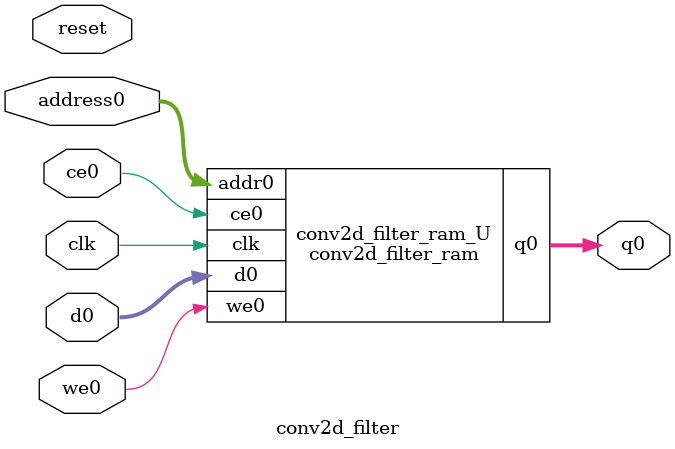
<source format=v>
`timescale 1 ns / 1 ps
module conv2d_filter_ram (addr0, ce0, d0, we0, q0,  clk);

parameter DWIDTH = 32;
parameter AWIDTH = 7;
parameter MEM_SIZE = 81;

input[AWIDTH-1:0] addr0;
input ce0;
input[DWIDTH-1:0] d0;
input we0;
output reg[DWIDTH-1:0] q0;
input clk;

(* ram_style = "block" *)reg [DWIDTH-1:0] ram[0:MEM_SIZE-1];




always @(posedge clk)  
begin 
    if (ce0) begin
        if (we0) 
            ram[addr0] <= d0; 
        q0 <= ram[addr0];
    end
end


endmodule

`timescale 1 ns / 1 ps
module conv2d_filter(
    reset,
    clk,
    address0,
    ce0,
    we0,
    d0,
    q0);

parameter DataWidth = 32'd32;
parameter AddressRange = 32'd81;
parameter AddressWidth = 32'd7;
input reset;
input clk;
input[AddressWidth - 1:0] address0;
input ce0;
input we0;
input[DataWidth - 1:0] d0;
output[DataWidth - 1:0] q0;



conv2d_filter_ram conv2d_filter_ram_U(
    .clk( clk ),
    .addr0( address0 ),
    .ce0( ce0 ),
    .we0( we0 ),
    .d0( d0 ),
    .q0( q0 ));

endmodule


</source>
